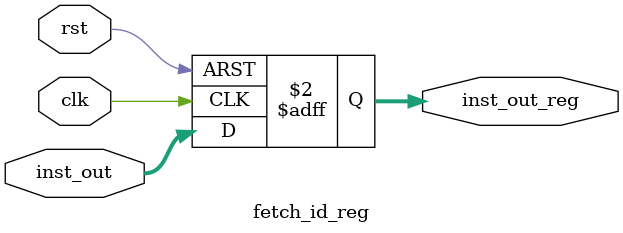
<source format=v>
module fetch_id_reg(clk,rst,inst_out,inst_out_reg);
input [15:0] inst_out;
input clk,rst;
output reg [15:0] inst_out_reg;
always@(posedge clk,posedge rst)begin
 if(rst) inst_out_reg=0;
 else
	inst_out_reg=inst_out;
end
endmodule
</source>
